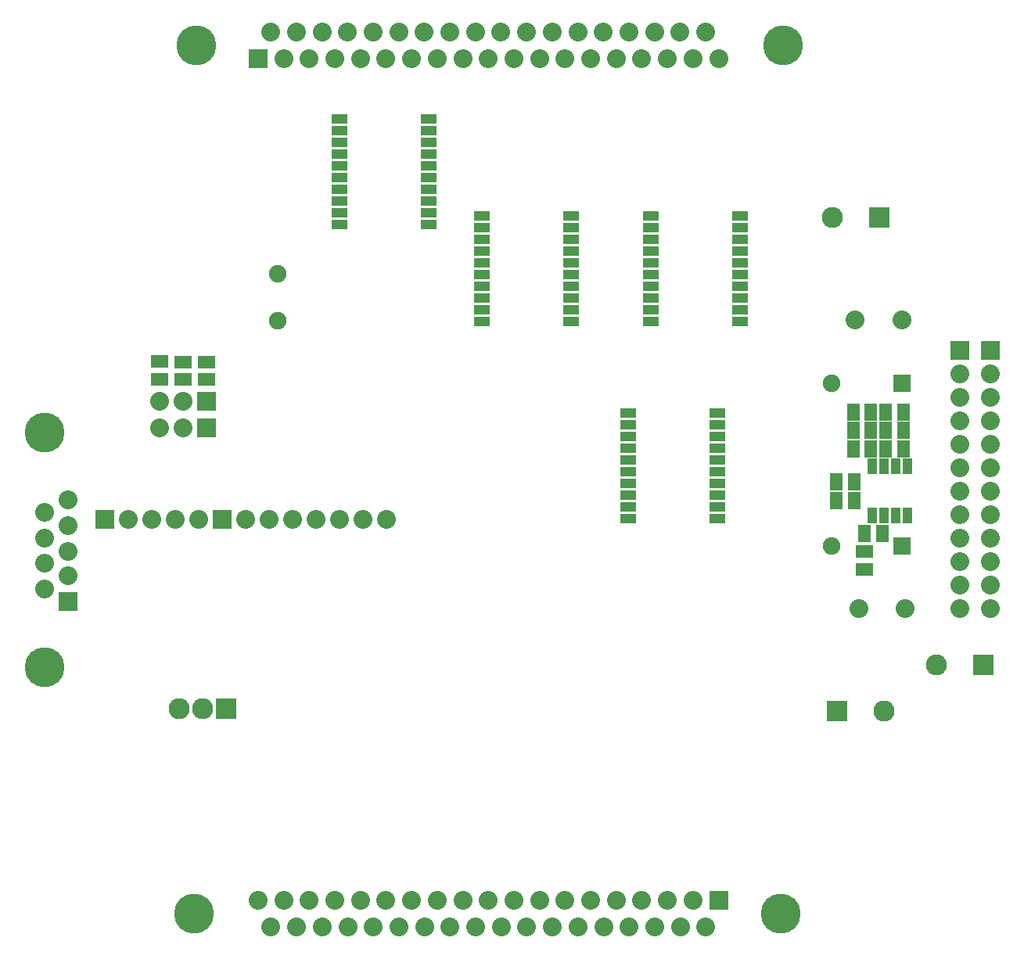
<source format=gbs>
G04 (created by PCBNEW-RS274X (2012-01-19 BZR 3256)-stable) date Fri 19 Oct 2012 08:46:26 AM MSK*
G01*
G70*
G90*
%MOIN*%
G04 Gerber Fmt 3.4, Leading zero omitted, Abs format*
%FSLAX34Y34*%
G04 APERTURE LIST*
%ADD10C,0.006000*%
%ADD11R,0.070000X0.040000*%
%ADD12R,0.075000X0.055000*%
%ADD13R,0.080000X0.080000*%
%ADD14C,0.080000*%
%ADD15C,0.170000*%
%ADD16C,0.075000*%
%ADD17R,0.040000X0.065000*%
%ADD18R,0.055000X0.075000*%
%ADD19R,0.075000X0.075000*%
%ADD20R,0.090000X0.090000*%
%ADD21C,0.090000*%
G04 APERTURE END LIST*
G54D10*
G54D11*
X60220Y-29710D03*
X60220Y-30210D03*
X60220Y-30710D03*
X60220Y-31210D03*
X60220Y-31710D03*
X60220Y-32210D03*
X60220Y-32710D03*
X60220Y-33210D03*
X60220Y-33710D03*
X60220Y-34210D03*
X56420Y-34210D03*
X56420Y-33710D03*
X56420Y-33210D03*
X56420Y-32710D03*
X56420Y-32210D03*
X56420Y-31710D03*
X56420Y-31210D03*
X56420Y-30710D03*
X56420Y-30210D03*
X56420Y-29710D03*
X62640Y-42610D03*
X62640Y-42110D03*
X62640Y-41610D03*
X62640Y-41110D03*
X62640Y-40610D03*
X62640Y-40110D03*
X62640Y-39610D03*
X62640Y-39110D03*
X62640Y-38610D03*
X62640Y-38110D03*
X66440Y-38110D03*
X66440Y-38610D03*
X66440Y-39110D03*
X66440Y-39610D03*
X66440Y-40110D03*
X66440Y-40610D03*
X66440Y-41110D03*
X66440Y-41610D03*
X66440Y-42110D03*
X66440Y-42610D03*
X67420Y-29710D03*
X67420Y-30210D03*
X67420Y-30710D03*
X67420Y-31210D03*
X67420Y-31710D03*
X67420Y-32210D03*
X67420Y-32710D03*
X67420Y-33210D03*
X67420Y-33710D03*
X67420Y-34210D03*
X63620Y-34210D03*
X63620Y-33710D03*
X63620Y-33210D03*
X63620Y-32710D03*
X63620Y-32210D03*
X63620Y-31710D03*
X63620Y-31210D03*
X63620Y-30710D03*
X63620Y-30210D03*
X63620Y-29710D03*
X54160Y-25570D03*
X54160Y-26070D03*
X54160Y-26570D03*
X54160Y-27070D03*
X54160Y-27570D03*
X54160Y-28070D03*
X54160Y-28570D03*
X54160Y-29070D03*
X54160Y-29570D03*
X54160Y-30070D03*
X50360Y-30070D03*
X50360Y-29570D03*
X50360Y-29070D03*
X50360Y-28570D03*
X50360Y-28070D03*
X50360Y-27570D03*
X50360Y-27070D03*
X50360Y-26570D03*
X50360Y-26070D03*
X50360Y-25570D03*
G54D12*
X44700Y-35945D03*
X44700Y-36695D03*
X43700Y-35945D03*
X43700Y-36695D03*
X42700Y-35925D03*
X42700Y-36675D03*
G54D13*
X40355Y-42660D03*
G54D14*
X41355Y-42660D03*
X42355Y-42660D03*
X43355Y-42660D03*
X44355Y-42660D03*
G54D13*
X46883Y-23001D03*
G54D14*
X47973Y-23001D03*
X49063Y-23001D03*
X50153Y-23001D03*
X51243Y-23001D03*
X52333Y-23001D03*
X53423Y-23001D03*
X54513Y-23001D03*
X55603Y-23001D03*
G54D15*
X44243Y-22441D03*
X69243Y-22441D03*
G54D14*
X56693Y-23001D03*
X57783Y-23001D03*
X58873Y-23001D03*
X59963Y-23001D03*
X61053Y-23001D03*
X62143Y-23001D03*
X63233Y-23001D03*
X64323Y-23001D03*
X65413Y-23001D03*
X66503Y-23001D03*
X47423Y-21881D03*
X48513Y-21881D03*
X49603Y-21881D03*
X50693Y-21881D03*
X51783Y-21881D03*
X52873Y-21881D03*
X53963Y-21881D03*
X55053Y-21881D03*
X56143Y-21881D03*
X57233Y-21881D03*
X58323Y-21881D03*
X59413Y-21881D03*
X60503Y-21881D03*
X61593Y-21881D03*
X62683Y-21881D03*
X63773Y-21881D03*
X64863Y-21881D03*
X65953Y-21881D03*
G54D13*
X66503Y-58889D03*
G54D14*
X65413Y-58889D03*
X64323Y-58889D03*
X63233Y-58889D03*
X62143Y-58889D03*
X61053Y-58889D03*
X59963Y-58889D03*
X58873Y-58889D03*
X57783Y-58889D03*
G54D15*
X69143Y-59449D03*
X44143Y-59449D03*
G54D14*
X56693Y-58889D03*
X55603Y-58889D03*
X54513Y-58889D03*
X53423Y-58889D03*
X52333Y-58889D03*
X51243Y-58889D03*
X50153Y-58889D03*
X49063Y-58889D03*
X47973Y-58889D03*
X46883Y-58889D03*
X65963Y-60009D03*
X64873Y-60009D03*
X63783Y-60009D03*
X62693Y-60009D03*
X61603Y-60009D03*
X60513Y-60009D03*
X59423Y-60009D03*
X58333Y-60009D03*
X57243Y-60009D03*
X56153Y-60009D03*
X55063Y-60009D03*
X53973Y-60009D03*
X52883Y-60009D03*
X51793Y-60009D03*
X50703Y-60009D03*
X49613Y-60009D03*
X48523Y-60009D03*
X47433Y-60009D03*
G54D13*
X45355Y-42660D03*
G54D14*
X46355Y-42660D03*
X47355Y-42660D03*
X48355Y-42660D03*
X49355Y-42660D03*
X50355Y-42660D03*
X51355Y-42660D03*
X52355Y-42660D03*
G54D15*
X37775Y-38950D03*
X37775Y-48950D03*
G54D13*
X38775Y-46150D03*
G54D14*
X38775Y-45050D03*
X38775Y-44000D03*
X38775Y-42900D03*
X38775Y-41800D03*
X37775Y-45600D03*
X37775Y-44500D03*
X37775Y-43450D03*
X37775Y-42350D03*
G54D16*
X47703Y-32170D03*
X47703Y-34170D03*
G54D17*
X74550Y-40390D03*
X74550Y-42490D03*
X74050Y-40390D03*
X73550Y-40390D03*
X73050Y-40390D03*
X74050Y-42490D03*
X73550Y-42490D03*
X73050Y-42490D03*
G54D18*
X72275Y-41040D03*
X71525Y-41040D03*
X72275Y-41840D03*
X71525Y-41840D03*
X74375Y-39640D03*
X73625Y-39640D03*
X74375Y-38860D03*
X73625Y-38860D03*
X74375Y-38080D03*
X73625Y-38080D03*
G54D12*
X72720Y-44775D03*
X72720Y-44025D03*
G54D18*
X73475Y-43260D03*
X72725Y-43260D03*
X72995Y-39640D03*
X72245Y-39640D03*
G54D14*
X74304Y-34160D03*
X72336Y-34160D03*
X74464Y-46440D03*
X72496Y-46440D03*
G54D19*
X74320Y-43780D03*
G54D16*
X71320Y-43780D03*
G54D19*
X74320Y-36840D03*
G54D16*
X71320Y-36840D03*
G54D20*
X71540Y-50800D03*
G54D21*
X73540Y-50800D03*
G54D20*
X73360Y-29780D03*
G54D21*
X71360Y-29780D03*
G54D13*
X44700Y-38760D03*
G54D14*
X43700Y-38760D03*
X42700Y-38760D03*
G54D13*
X44700Y-37600D03*
G54D14*
X43700Y-37600D03*
X42700Y-37600D03*
G54D20*
X77780Y-48860D03*
G54D21*
X75780Y-48860D03*
G54D13*
X76800Y-35450D03*
G54D14*
X76800Y-36450D03*
X76800Y-37450D03*
X76800Y-38450D03*
X76800Y-39450D03*
X76800Y-40450D03*
X76800Y-41450D03*
X76800Y-42450D03*
X76800Y-43450D03*
X76800Y-44450D03*
X76800Y-45450D03*
X76800Y-46450D03*
G54D13*
X78075Y-35450D03*
G54D14*
X78075Y-36450D03*
X78075Y-37450D03*
X78075Y-38450D03*
X78075Y-39450D03*
X78075Y-40450D03*
X78075Y-41450D03*
X78075Y-42450D03*
X78075Y-43450D03*
X78075Y-44450D03*
X78075Y-45450D03*
X78075Y-46450D03*
G54D18*
X72245Y-38860D03*
X72995Y-38860D03*
X72995Y-38080D03*
X72245Y-38080D03*
G54D21*
X43507Y-50728D03*
X44507Y-50728D03*
G54D20*
X45507Y-50728D03*
M02*

</source>
